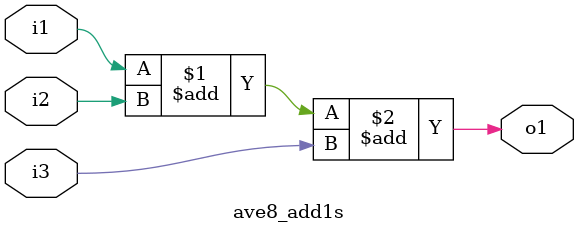
<source format=v>

module ave8 ( in0 ,enable ,ave8_ret ,CLOCK ,RESET );
input	[0:7]	in0 ;	// line#=../../ave8_sw.c:23
input		enable ;	// line#=../../ave8_sw.c:23
output	[0:31]	ave8_ret ;	// line#=../../ave8_sw.c:23
input		CLOCK ;
input		RESET ;
wire		ST1_01d ;
wire		ST1_02d ;
wire		ST1_03d ;
wire		ST1_04d ;

ave8_fsm INST_fsm ( .CLOCK(CLOCK) ,.RESET(RESET) ,.ST1_04d(ST1_04d) ,.ST1_03d(ST1_03d) ,
	.ST1_02d(ST1_02d) ,.ST1_01d(ST1_01d) ,.enable(enable) );
ave8_dat INST_dat ( .in0(in0) ,.enable(enable) ,.ave8_ret(ave8_ret) ,.CLOCK(CLOCK) ,
	.RESET(RESET) ,.ST1_04d(ST1_04d) ,.ST1_03d(ST1_03d) ,.ST1_02d(ST1_02d) ,
	.ST1_01d(ST1_01d) );

endmodule

module ave8_fsm ( CLOCK ,RESET ,ST1_04d ,ST1_03d ,ST1_02d ,ST1_01d ,enable );
input		CLOCK ;
input		RESET ;
output		ST1_04d ;
output		ST1_03d ;
output		ST1_02d ;
output		ST1_01d ;
input		enable ;	// line#=../../ave8_sw.c:23
reg	[0:1]	B01_streg ;

parameter	ST1_01 = 2'h0 ;
parameter	ST1_02 = 2'h1 ;
parameter	ST1_03 = 2'h2 ;
parameter	ST1_04 = 2'h3 ;

assign	ST1_01d = ( ( B01_streg == ST1_01 ) ? 1'h1 : 1'h0 ) ;
assign	ST1_02d = ( ( B01_streg == ST1_02 ) ? 1'h1 : 1'h0 ) ;
assign	ST1_03d = ( ( B01_streg == ST1_03 ) ? 1'h1 : 1'h0 ) ;
assign	ST1_04d = ( ( B01_streg == ST1_04 ) ? 1'h1 : 1'h0 ) ;
always @ ( posedge CLOCK or posedge RESET )
	if ( RESET )
		B01_streg <= ST1_01 ;
	else
		case ( B01_streg )
		ST1_01 :
			if ( ( ( ~enable ) != 1'h0 ) )
				B01_streg <= ST1_03 ;
			else
				B01_streg <= ST1_02 ;
		ST1_02 :
			B01_streg <= ST1_03 ;
		ST1_03 :
			B01_streg <= ST1_04 ;
		ST1_04 :
			B01_streg <= ST1_01 ;
		default :
			B01_streg <= ST1_01 ;
		endcase

endmodule

module ave8_dat ( in0 ,enable ,ave8_ret ,CLOCK ,RESET ,ST1_04d ,ST1_03d ,ST1_02d ,
	ST1_01d );
input	[0:7]	in0 ;	// line#=../../ave8_sw.c:23
input		enable ;	// line#=../../ave8_sw.c:23
output	[0:31]	ave8_ret ;	// line#=../../ave8_sw.c:23
input		CLOCK ;
input		RESET ;
input		ST1_04d ;
input		ST1_03d ;
input		ST1_02d ;
input		ST1_01d ;
wire		M_75 ;
wire	[0:38]	add48s_47_471i2 ;
wire	[0:46]	add48s_47_471i1 ;
wire	[0:46]	add48s_47_471ot ;
wire	[0:1]	add44s_43_431i2 ;
wire	[0:42]	add44s_43_431i1 ;
wire	[0:42]	add44s_43_431ot ;
wire	[0:8]	add12u_11_102i2 ;
wire	[0:8]	add12u_11_102i1 ;
wire	[0:9]	add12u_11_102ot ;
wire	[0:8]	add12u_11_101i2 ;
wire	[0:8]	add12u_11_101i1 ;
wire	[0:9]	add12u_11_101ot ;
wire	[0:4]	add8u_9_11i2 ;
wire	[0:7]	add8u_9_11i1 ;
wire	[0:8]	add8u_9_11ot ;
wire	[0:5]	add8u_91i2 ;
wire	[0:7]	add8u_91i1 ;
wire	[0:8]	add8u_91ot ;
wire	[0:3]	seven_segment_decoder3i1 ;
wire	[0:7]	seven_segment_decoder3ot ;
wire	[0:3]	seven_segment_decoder2i1 ;
wire	[0:7]	seven_segment_decoder2ot ;
wire	[0:3]	seven_segment_decoder1i1 ;
wire	[0:7]	seven_segment_decoder1ot ;
wire	[0:39]	sub44s_431i2 ;
wire	[0:41]	sub44s_431i1 ;
wire	[0:42]	sub44s_431ot ;
wire	[0:38]	sub40u1i2 ;
wire	[0:7]	sub40u1i1 ;
wire	[0:39]	sub40u1ot ;
wire	[0:31]	sub36u_341i2 ;
wire	[0:33]	sub36u_341i1 ;
wire	[0:33]	sub36u_341ot ;
wire	[0:19]	sub32s1i2 ;
wire	[0:31]	sub32s1i1 ;
wire	[0:31]	sub32s1ot ;
wire	[0:10]	sub20u1i2 ;
wire	[0:18]	sub20u1i1 ;
wire	[0:19]	sub20u1ot ;
wire	[0:8]	sub16s1i2 ;
wire	[0:15]	sub16s1i1 ;
wire	[0:15]	sub16s1ot ;
wire	[0:7]	sub16u_141i2 ;
wire	[0:12]	sub16u_141i1 ;
wire	[0:13]	sub16u_141ot ;
wire	[0:3]	sub4s2i2 ;
wire	[0:3]	sub4s2i1 ;
wire	[0:3]	sub4s2ot ;
wire	[0:3]	sub4s1i2 ;
wire	[0:3]	sub4s1i1 ;
wire	[0:3]	sub4s1ot ;
wire	[0:48]	add81_81s1i2 ;
wire	[0:80]	add81_81s1i1 ;
wire	[0:80]	add81_81s1ot ;
wire	[0:54]	add71_71s1i2 ;
wire	[0:70]	add71_71s1i1 ;
wire	[0:70]	add71_71s1ot ;
wire	[0:46]	add56s_551i2 ;
wire	[0:54]	add56s_551i1 ;
wire	[0:54]	add56s_551ot ;
wire	[0:42]	add48s_471i2 ;
wire	[0:46]	add48s_471i1 ;
wire	[0:46]	add48s_471ot ;
wire	[0:38]	add44s_431i2 ;
wire	[0:42]	add44s_431i1 ;
wire	[0:42]	add44s_431ot ;
wire	[0:28]	add36u_341i2 ;
wire	[0:33]	add36u_341i1 ;
wire	[0:33]	add36u_341ot ;
wire	[0:5]	add32s1i2 ;
wire	[0:31]	add32s1i1 ;
wire	[0:31]	add32s1ot ;
wire	[0:5]	add12s1i2 ;
wire	[0:11]	add12s1i1 ;
wire	[0:11]	add12s1ot ;
wire	[0:9]	add12u_111i2 ;
wire	[0:9]	add12u_111i1 ;
wire	[0:10]	add12u_111ot ;
wire	[0:7]	add8u4i2 ;
wire	[0:7]	add8u4i1 ;
wire	[0:8]	add8u4ot ;
wire	[0:7]	add8u3i2 ;
wire	[0:7]	add8u3i1 ;
wire	[0:8]	add8u3ot ;
wire	[0:7]	add8u2i2 ;
wire	[0:7]	add8u2i1 ;
wire	[0:8]	add8u2ot ;
wire	[0:7]	add8u1i2 ;
wire	[0:7]	add8u1i1 ;
wire	[0:8]	add8u1ot ;
wire	[0:1]	add4s1i2 ;
wire	[0:3]	add4s1i1 ;
wire	[0:3]	add4s1ot ;
wire	[0:1]	add3s1i2 ;
wire	[0:2]	add3s1i1 ;
wire	[0:3]	add3s1ot ;
wire		add1s1i3 ;
wire		add1s1i2 ;
wire		add1s1i1 ;
wire		add1s1ot ;
wire		RG_buffer_en ;
wire		RG_buffer_1_en ;
wire		RG_buffer_2_en ;
wire		RG_buffer_3_en ;
wire		RG_buffer_4_en ;
wire		RG_buffer_5_en ;
wire		RG_buffer_6_en ;
wire		ave8_ret_r_en ;
wire		RG_buffer_7_en ;
reg	[0:7]	RG_buffer ;	// line#=../../ave8_sw.c:17
reg	[0:7]	RG_buffer_1 ;	// line#=../../ave8_sw.c:17
reg	[0:7]	RG_buffer_2 ;	// line#=../../ave8_sw.c:17
reg	[0:7]	RG_buffer_3 ;	// line#=../../ave8_sw.c:17
reg	[0:7]	RG_buffer_4 ;	// line#=../../ave8_sw.c:17
reg	[0:7]	RG_buffer_5 ;	// line#=../../ave8_sw.c:17
reg	[0:7]	RG_buffer_6 ;	// line#=../../ave8_sw.c:17
reg	[0:7]	RG_buffer_7 ;	// line#=../../ave8_sw.c:17
reg	RG_08 ;
reg	[0:7]	RG_out0_v ;	// line#=../../ave8_sw.c:26
reg	[0:2]	RG_10 ;
reg	[0:31]	ave8_ret_r ;	// line#=../../ave8_sw.c:23
reg	[0:6]	M_79 ;
reg	[0:6]	M_78 ;
reg	[0:6]	M_77 ;
reg	[0:7]	RG_buffer_7_t ;
reg	RG_buffer_7_t_c1 ;
reg	RG_08_t ;

ave8_add48s_47_47 INST_add48s_47_47_1 ( .i1(add48s_47_471i1) ,.i2(add48s_47_471i2) ,
	.o1(add48s_47_471ot) );	// line#=../../ave8_sw.c:70
ave8_add44s_43_43 INST_add44s_43_43_1 ( .i1(add44s_43_431i1) ,.i2(add44s_43_431i2) ,
	.o1(add44s_43_431ot) );	// line#=../../ave8_sw.c:70
ave8_add12u_11_10 INST_add12u_11_10_1 ( .i1(add12u_11_101i1) ,.i2(add12u_11_101i2) ,
	.o1(add12u_11_101ot) );	// line#=../../ave8_sw.c:56,61
ave8_add12u_11_10 INST_add12u_11_10_2 ( .i1(add12u_11_102i1) ,.i2(add12u_11_102i2) ,
	.o1(add12u_11_102ot) );	// line#=../../ave8_sw.c:61
ave8_add8u_9_1 INST_add8u_9_1_1 ( .i1(add8u_9_11i1) ,.i2(add8u_9_11i2) ,.o1(add8u_9_11ot) );	// line#=../../ave8_sw.c:69
ave8_add8u_9 INST_add8u_9_1 ( .i1(add8u_91i1) ,.i2(add8u_91i2) ,.o1(add8u_91ot) );	// line#=../../ave8_sw.c:69
always @ ( seven_segment_decoder1i1 )	// line#=../../ave8_sw.c:75,76,77,79,80
	case ( seven_segment_decoder1i1 )
	4'h0 :
		M_79 = 7'h40 ;	// line#=../../ave8_sw.c:20
	4'h1 :
		M_79 = 7'h79 ;	// line#=../../ave8_sw.c:20
	4'h2 :
		M_79 = 7'h24 ;	// line#=../../ave8_sw.c:20
	4'h3 :
		M_79 = 7'h30 ;	// line#=../../ave8_sw.c:20
	4'h4 :
		M_79 = 7'h31 ;	// line#=../../ave8_sw.c:20
	4'h5 :
		M_79 = 7'h12 ;	// line#=../../ave8_sw.c:20
	4'h6 :
		M_79 = 7'h02 ;	// line#=../../ave8_sw.c:20
	4'h7 :
		M_79 = 7'h78 ;	// line#=../../ave8_sw.c:20
	4'h8 :
		M_79 = 7'h00 ;	// line#=../../ave8_sw.c:20
	4'h9 :
		M_79 = 7'h10 ;	// line#=../../ave8_sw.c:20
	default :
		M_79 = 7'h00 ;
	endcase
assign	seven_segment_decoder1ot = { M_79 , 1'h0 } ;	// line#=../../ave8_sw.c:75,76,77,79,80
always @ ( seven_segment_decoder2i1 )	// line#=../../ave8_sw.c:75,76,77,79,80
	case ( seven_segment_decoder2i1 )
	4'h0 :
		M_78 = 7'h40 ;	// line#=../../ave8_sw.c:20
	4'h1 :
		M_78 = 7'h79 ;	// line#=../../ave8_sw.c:20
	4'h2 :
		M_78 = 7'h24 ;	// line#=../../ave8_sw.c:20
	4'h3 :
		M_78 = 7'h30 ;	// line#=../../ave8_sw.c:20
	4'h4 :
		M_78 = 7'h31 ;	// line#=../../ave8_sw.c:20
	4'h5 :
		M_78 = 7'h12 ;	// line#=../../ave8_sw.c:20
	4'h6 :
		M_78 = 7'h02 ;	// line#=../../ave8_sw.c:20
	4'h7 :
		M_78 = 7'h78 ;	// line#=../../ave8_sw.c:20
	4'h8 :
		M_78 = 7'h00 ;	// line#=../../ave8_sw.c:20
	4'h9 :
		M_78 = 7'h10 ;	// line#=../../ave8_sw.c:20
	default :
		M_78 = 7'h00 ;
	endcase
assign	seven_segment_decoder2ot = { M_78 , 1'h0 } ;	// line#=../../ave8_sw.c:75,76,77,79,80
always @ ( seven_segment_decoder3i1 )	// line#=../../ave8_sw.c:75,76,77,79,80
	case ( seven_segment_decoder3i1 )
	4'h0 :
		M_77 = 7'h40 ;	// line#=../../ave8_sw.c:20
	4'h1 :
		M_77 = 7'h79 ;	// line#=../../ave8_sw.c:20
	4'h2 :
		M_77 = 7'h24 ;	// line#=../../ave8_sw.c:20
	4'h3 :
		M_77 = 7'h30 ;	// line#=../../ave8_sw.c:20
	4'h4 :
		M_77 = 7'h31 ;	// line#=../../ave8_sw.c:20
	4'h5 :
		M_77 = 7'h12 ;	// line#=../../ave8_sw.c:20
	4'h6 :
		M_77 = 7'h02 ;	// line#=../../ave8_sw.c:20
	4'h7 :
		M_77 = 7'h78 ;	// line#=../../ave8_sw.c:20
	4'h8 :
		M_77 = 7'h00 ;	// line#=../../ave8_sw.c:20
	4'h9 :
		M_77 = 7'h10 ;	// line#=../../ave8_sw.c:20
	default :
		M_77 = 7'h00 ;
	endcase
assign	seven_segment_decoder3ot = { M_77 , 1'h0 } ;	// line#=../../ave8_sw.c:75,76,77,79,80
ave8_sub44s_43 INST_sub44s_43_1 ( .i1(sub44s_431i1) ,.i2(sub44s_431i2) ,.o1(sub44s_431ot) );	// line#=../../ave8_sw.c:70
ave8_sub40u INST_sub40u_1 ( .i1(sub40u1i1) ,.i2(sub40u1i2) ,.o1(sub40u1ot) );	// line#=../../ave8_sw.c:70
ave8_sub36u_34 INST_sub36u_34_1 ( .i1(sub36u_341i1) ,.i2(sub36u_341i2) ,.o1(sub36u_341ot) );	// line#=../../ave8_sw.c:70
ave8_sub32s INST_sub32s_1 ( .i1(sub32s1i1) ,.i2(sub32s1i2) ,.o1(sub32s1ot) );	// line#=../../ave8_sw.c:69
ave8_sub20u INST_sub20u_1 ( .i1(sub20u1i1) ,.i2(sub20u1i2) ,.o1(sub20u1ot) );	// line#=../../ave8_sw.c:69
ave8_sub16s INST_sub16s_1 ( .i1(sub16s1i1) ,.i2(sub16s1i2) ,.o1(sub16s1ot) );	// line#=../../ave8_sw.c:69
ave8_sub16u_14 INST_sub16u_14_1 ( .i1(sub16u_141i1) ,.i2(sub16u_141i2) ,.o1(sub16u_141ot) );	// line#=../../ave8_sw.c:69
ave8_sub4s INST_sub4s_1 ( .i1(sub4s1i1) ,.i2(sub4s1i2) ,.o1(sub4s1ot) );	// line#=../../ave8_sw.c:71
ave8_sub4s INST_sub4s_2 ( .i1(sub4s2i1) ,.i2(sub4s2i2) ,.o1(sub4s2ot) );	// line#=../../ave8_sw.c:71
ave8_add81_81s INST_add81_81s_1 ( .i1(add81_81s1i1) ,.i2(add81_81s1i2) ,.o1(add81_81s1ot) );	// line#=../../ave8_sw.c:70
ave8_add71_71s INST_add71_71s_1 ( .i1(add71_71s1i1) ,.i2(add71_71s1i2) ,.o1(add71_71s1ot) );	// line#=../../ave8_sw.c:70
ave8_add56s_55 INST_add56s_55_1 ( .i1(add56s_551i1) ,.i2(add56s_551i2) ,.o1(add56s_551ot) );	// line#=../../ave8_sw.c:70
ave8_add48s_47 INST_add48s_47_1 ( .i1(add48s_471i1) ,.i2(add48s_471i2) ,.o1(add48s_471ot) );	// line#=../../ave8_sw.c:70
ave8_add44s_43 INST_add44s_43_1 ( .i1(add44s_431i1) ,.i2(add44s_431i2) ,.o1(add44s_431ot) );	// line#=../../ave8_sw.c:70
ave8_add36u_34 INST_add36u_34_1 ( .i1(add36u_341i1) ,.i2(add36u_341i2) ,.o1(add36u_341ot) );	// line#=../../ave8_sw.c:70
ave8_add32s INST_add32s_1 ( .i1(add32s1i1) ,.i2(add32s1i2) ,.o1(add32s1ot) );	// line#=../../ave8_sw.c:69
ave8_add12s INST_add12s_1 ( .i1(add12s1i1) ,.i2(add12s1i2) ,.o1(add12s1ot) );	// line#=../../ave8_sw.c:69
ave8_add12u_11 INST_add12u_11_1 ( .i1(add12u_111i1) ,.i2(add12u_111i2) ,.o1(add12u_111ot) );	// line#=../../ave8_sw.c:61
ave8_add8u INST_add8u_1 ( .i1(add8u1i1) ,.i2(add8u1i2) ,.o1(add8u1ot) );	// line#=../../ave8_sw.c:61
ave8_add8u INST_add8u_2 ( .i1(add8u2i1) ,.i2(add8u2i2) ,.o1(add8u2ot) );	// line#=../../ave8_sw.c:61
ave8_add8u INST_add8u_3 ( .i1(add8u3i1) ,.i2(add8u3i2) ,.o1(add8u3ot) );	// line#=../../ave8_sw.c:56,61
ave8_add8u INST_add8u_4 ( .i1(add8u4i1) ,.i2(add8u4i2) ,.o1(add8u4ot) );	// line#=../../ave8_sw.c:56,61
ave8_add4s INST_add4s_1 ( .i1(add4s1i1) ,.i2(add4s1i2) ,.o1(add4s1ot) );	// line#=../../ave8_sw.c:70
ave8_add3s INST_add3s_1 ( .i1(add3s1i1) ,.i2(add3s1i2) ,.o1(add3s1ot) );	// line#=../../ave8_sw.c:69
ave8_add1s INST_add1s_1 ( .i1(add1s1i1) ,.i2(add1s1i2) ,.i3(add1s1i3) ,.o1(add1s1ot) );	// line#=../../ave8_sw.c:70,71
assign	ave8_ret = ave8_ret_r ;	// line#=../../ave8_sw.c:23
always @ ( posedge CLOCK )	// line#=../../ave8_sw.c:61,65
	RG_out0_v <= add12u_111ot [0:7] ;
always @ ( posedge CLOCK )	// line#=../../ave8_sw.c:69
	RG_10 <= add32s1ot [0:2] ;
assign	M_75 = ( add81_81s1ot [0] & ( |add81_81s1ot [38:80] ) ) ;	// line#=../../ave8_sw.c:70
assign	add1s1i1 = add81_81s1ot [37] ;	// line#=../../ave8_sw.c:70,71
assign	add1s1i2 = add4s1ot [1] ;	// line#=../../ave8_sw.c:70,71
assign	add1s1i3 = M_75 ;	// line#=../../ave8_sw.c:70,71
assign	add3s1i1 = RG_10 ;	// line#=../../ave8_sw.c:69
assign	add3s1i2 = { 1'h0 , ( RG_10 [0] & RG_08 ) } ;	// line#=../../ave8_sw.c:69
assign	add4s1i1 = add81_81s1ot [34:37] ;	// line#=../../ave8_sw.c:70
assign	add4s1i2 = { 1'h0 , M_75 } ;	// line#=../../ave8_sw.c:70
assign	add8u1i1 = RG_buffer_1 ;	// line#=../../ave8_sw.c:61
assign	add8u1i2 = RG_buffer_2 ;	// line#=../../ave8_sw.c:61
assign	add8u2i1 = RG_buffer_3 ;	// line#=../../ave8_sw.c:61
assign	add8u2i2 = RG_buffer_4 ;	// line#=../../ave8_sw.c:61
assign	add8u3i1 = RG_buffer_5 ;	// line#=../../ave8_sw.c:56,61
assign	add8u3i2 = RG_buffer_6 ;	// line#=../../ave8_sw.c:56,61
assign	add8u4i1 = RG_buffer_7 ;	// line#=../../ave8_sw.c:56,61
assign	add8u4i2 = RG_buffer ;	// line#=../../ave8_sw.c:56,61
assign	add12u_111i1 = add12u_11_102ot ;	// line#=../../ave8_sw.c:61
assign	add12u_111i2 = add12u_11_101ot ;	// line#=../../ave8_sw.c:56,61
assign	add12s1i1 = { 1'h0 , add8u_91ot , add12u_111ot [6:7] } ;	// line#=../../ave8_sw.c:61,65,69
assign	add12s1i2 = sub16u_141ot [0:5] ;	// line#=../../ave8_sw.c:69
assign	add32s1i1 = sub32s1ot ;	// line#=../../ave8_sw.c:69
assign	add32s1i2 = sub16s1ot [0:5] ;	// line#=../../ave8_sw.c:69
assign	add36u_341i1 = sub36u_341ot ;	// line#=../../ave8_sw.c:70
assign	add36u_341i2 = { add3s1ot [0] , add3s1ot [0] , add3s1ot [0] , add3s1ot [0] , 
	add3s1ot [0] , add3s1ot [0] , add3s1ot [0] , add3s1ot [0] , add3s1ot [0] , 
	add3s1ot [0] , add3s1ot [0] , add3s1ot [0] , add3s1ot [0] , add3s1ot [0] , 
	add3s1ot [0] , add3s1ot [0] , add3s1ot [0] , add3s1ot [0] , add3s1ot [0] , 
	add3s1ot [0] , add3s1ot [0] , add3s1ot [0] , add3s1ot [0] , add3s1ot [0] , 
	add3s1ot [0] , add3s1ot [0] , add3s1ot [0] , add3s1ot [0] , add3s1ot [0] } ;	// line#=../../ave8_sw.c:69,70
assign	add44s_431i1 = sub44s_431ot ;	// line#=../../ave8_sw.c:70
assign	add44s_431i2 = sub44s_431ot [0:38] ;	// line#=../../ave8_sw.c:70
assign	add48s_471i1 = { add44s_43_431ot , sub40u1ot [2:5] } ;	// line#=../../ave8_sw.c:70
assign	add48s_471i2 = sub44s_431ot ;	// line#=../../ave8_sw.c:70
assign	add56s_551i1 = { add48s_471ot , sub40u1ot [6:13] } ;	// line#=../../ave8_sw.c:70
assign	add56s_551i2 = { add44s_431ot , sub44s_431ot [39:42] } ;	// line#=../../ave8_sw.c:70
assign	add71_71s1i1 = { add56s_551ot , sub40u1ot [14:29] } ;	// line#=../../ave8_sw.c:70
assign	add71_71s1i2 = { add48s_47_471ot , add44s_431ot [39:42] , sub44s_431ot [39:42] } ;	// line#=../../ave8_sw.c:70
assign	add81_81s1i1 = { add71_71s1ot , sub40u1ot [30:39] } ;	// line#=../../ave8_sw.c:70
assign	add81_81s1i2 = { add44s_431ot , sub44s_431ot [39:42] , 2'h0 } ;	// line#=../../ave8_sw.c:70
assign	sub4s1i1 = RG_out0_v [4:7] ;	// line#=../../ave8_sw.c:71
assign	sub4s1i2 = { add3s1ot [2:3] , 2'h0 } ;	// line#=../../ave8_sw.c:69,71
assign	sub4s2i1 = sub4s1ot ;	// line#=../../ave8_sw.c:71
assign	sub4s2i2 = { add1s1ot , add4s1ot [2:3] , 1'h0 } ;	// line#=../../ave8_sw.c:70,71
assign	sub16u_141i1 = { add12u_111ot [0:7] , 5'h00 } ;	// line#=../../ave8_sw.c:61,65,69
assign	sub16u_141i2 = add12u_111ot [0:7] ;	// line#=../../ave8_sw.c:61,65,69
assign	sub16s1i1 = { sub16u_141ot , 2'h0 } ;	// line#=../../ave8_sw.c:69
assign	sub16s1i2 = { 1'h0 , add12u_111ot [0:7] } ;	// line#=../../ave8_sw.c:61,65,69
assign	sub20u1i1 = { add8u_9_11ot , add12u_111ot [5:7] , 7'h00 } ;	// line#=../../ave8_sw.c:61,65,69
assign	sub20u1i2 = { add8u_91ot , add12u_111ot [6:7] } ;	// line#=../../ave8_sw.c:61,65,69
assign	sub32s1i1 = { add12s1ot , sub16u_141ot [6:13] , 12'h000 } ;	// line#=../../ave8_sw.c:69
assign	sub32s1i2 = sub20u1ot ;	// line#=../../ave8_sw.c:69
assign	sub36u_341i1 = { add3s1ot [0] , add3s1ot [0] , add3s1ot [0] , add3s1ot [0] , 
	add3s1ot [0] , add3s1ot [0] , add3s1ot [0] , add3s1ot [0] , add3s1ot [0] , 
	add3s1ot [0] , add3s1ot [0] , add3s1ot [0] , add3s1ot [0] , add3s1ot [0] , 
	add3s1ot [0] , add3s1ot [0] , add3s1ot [0] , add3s1ot [0] , add3s1ot [0] , 
	add3s1ot [0] , add3s1ot [0] , add3s1ot [0] , add3s1ot [0] , add3s1ot [0] , 
	add3s1ot [0] , add3s1ot [0] , add3s1ot [0] , add3s1ot [0] , add3s1ot , 2'h0 } ;	// line#=../../ave8_sw.c:69,70
assign	sub36u_341i2 = { add3s1ot [0] , add3s1ot [0] , add3s1ot [0] , add3s1ot [0] , 
	add3s1ot [0] , add3s1ot [0] , add3s1ot [0] , add3s1ot [0] , add3s1ot [0] , 
	add3s1ot [0] , add3s1ot [0] , add3s1ot [0] , add3s1ot [0] , add3s1ot [0] , 
	add3s1ot [0] , add3s1ot [0] , add3s1ot [0] , add3s1ot [0] , add3s1ot [0] , 
	add3s1ot [0] , add3s1ot [0] , add3s1ot [0] , add3s1ot [0] , add3s1ot [0] , 
	add3s1ot [0] , add3s1ot [0] , add3s1ot [0] , add3s1ot [0] , add3s1ot } ;	// line#=../../ave8_sw.c:69,70
assign	sub40u1i1 = RG_out0_v ;	// line#=../../ave8_sw.c:70
assign	sub40u1i2 = { add36u_341ot , add3s1ot [1:3] , 2'h0 } ;	// line#=../../ave8_sw.c:69,70
assign	sub44s_431i1 = { sub40u1ot , 2'h0 } ;	// line#=../../ave8_sw.c:70
assign	sub44s_431i2 = sub40u1ot ;	// line#=../../ave8_sw.c:70
assign	seven_segment_decoder1i1 = add3s1ot ;	// line#=../../ave8_sw.c:69,75,76,77,79
						// ,80
assign	seven_segment_decoder2i1 = add4s1ot ;	// line#=../../ave8_sw.c:70,75,76,77,79
						// ,80
assign	seven_segment_decoder3i1 = sub4s2ot ;	// line#=../../ave8_sw.c:71,75,76,77,79
						// ,80
assign	add8u_91i1 = add12u_111ot [0:7] ;	// line#=../../ave8_sw.c:61,65,69
assign	add8u_91i2 = add12u_111ot [0:5] ;	// line#=../../ave8_sw.c:61,65,69
assign	add8u_9_11i1 = add12u_111ot [0:7] ;	// line#=../../ave8_sw.c:61,65,69
assign	add8u_9_11i2 = add12u_111ot [0:4] ;	// line#=../../ave8_sw.c:61,65,69
assign	add12u_11_101i1 = add8u3ot ;	// line#=../../ave8_sw.c:56,61
assign	add12u_11_101i2 = add8u4ot ;	// line#=../../ave8_sw.c:56,61
assign	add12u_11_102i1 = add8u1ot ;	// line#=../../ave8_sw.c:61
assign	add12u_11_102i2 = add8u2ot ;	// line#=../../ave8_sw.c:61
assign	add44s_43_431i1 = sub44s_431ot ;	// line#=../../ave8_sw.c:70
assign	add44s_43_431i2 = sub40u1ot [0:1] ;	// line#=../../ave8_sw.c:70
assign	add48s_47_471i1 = { add44s_431ot , sub44s_431ot [39:42] } ;	// line#=../../ave8_sw.c:70
assign	add48s_47_471i2 = add44s_431ot [0:38] ;	// line#=../../ave8_sw.c:70
assign	RG_buffer_en = ST1_02d ;
always @ ( posedge CLOCK or posedge RESET )	// line#=../../ave8_sw.c:46
	if ( RESET )
		RG_buffer <= 8'h00 ;
	else if ( RG_buffer_en )
		RG_buffer <= RG_buffer_7 ;
assign	RG_buffer_1_en = ST1_02d ;
always @ ( posedge CLOCK or posedge RESET )	// line#=../../ave8_sw.c:44
	if ( RESET )
		RG_buffer_1 <= 8'h00 ;
	else if ( RG_buffer_1_en )
		RG_buffer_1 <= RG_buffer ;
assign	RG_buffer_2_en = ST1_02d ;
always @ ( posedge CLOCK or posedge RESET )	// line#=../../ave8_sw.c:44
	if ( RESET )
		RG_buffer_2 <= 8'h00 ;
	else if ( RG_buffer_2_en )
		RG_buffer_2 <= RG_buffer_1 ;
assign	RG_buffer_3_en = ST1_02d ;
always @ ( posedge CLOCK or posedge RESET )	// line#=../../ave8_sw.c:44
	if ( RESET )
		RG_buffer_3 <= 8'h00 ;
	else if ( RG_buffer_3_en )
		RG_buffer_3 <= RG_buffer_2 ;
assign	RG_buffer_4_en = ST1_02d ;
always @ ( posedge CLOCK or posedge RESET )	// line#=../../ave8_sw.c:44
	if ( RESET )
		RG_buffer_4 <= 8'h00 ;
	else if ( RG_buffer_4_en )
		RG_buffer_4 <= RG_buffer_3 ;
assign	RG_buffer_5_en = ST1_02d ;
always @ ( posedge CLOCK or posedge RESET )	// line#=../../ave8_sw.c:44
	if ( RESET )
		RG_buffer_5 <= 8'h00 ;
	else if ( RG_buffer_5_en )
		RG_buffer_5 <= RG_buffer_4 ;
assign	RG_buffer_6_en = ST1_02d ;
always @ ( posedge CLOCK or posedge RESET )	// line#=../../ave8_sw.c:44
	if ( RESET )
		RG_buffer_6 <= 8'h00 ;
	else if ( RG_buffer_6_en )
		RG_buffer_6 <= RG_buffer_5 ;
always @ ( ST1_02d or RG_buffer_6 or enable or ST1_01d or in0 )	// line#=../../ave8_sw.c:41
	begin
	RG_buffer_7_t_c1 = ( ST1_01d & enable ) ;	// line#=../../ave8_sw.c:46
	case ( { RG_buffer_7_t_c1 , ST1_02d } )
	2'b10 :
		RG_buffer_7_t = in0 ;	// line#=../../ave8_sw.c:46
	2'b01 :
		RG_buffer_7_t = RG_buffer_6 ;	// line#=../../ave8_sw.c:44
	default :
		RG_buffer_7_t = 8'hx ;
	endcase
	end
assign	RG_buffer_7_en = ( RG_buffer_7_t_c1 | ST1_02d ) ;	// line#=../../ave8_sw.c:41
always @ ( posedge CLOCK or posedge RESET )	// line#=../../ave8_sw.c:41
	if ( RESET )
		RG_buffer_7 <= 8'h00 ;
	else if ( RG_buffer_7_en )
		RG_buffer_7 <= RG_buffer_7_t ;	// line#=../../ave8_sw.c:41,44,46
always @ ( ST1_03d or sub16s1ot or add32s1ot or ST1_01d or enable )
	case ( { ST1_01d , ST1_03d } )
	2'b10 :
		RG_08_t = enable ;	// line#=../../ave8_sw.c:41
	2'b01 :
		RG_08_t = |{ add32s1ot [3:31] , sub16s1ot [6:15] } ;	// line#=../../ave8_sw.c:69
	default :
		RG_08_t = 1'hx ;
	endcase
always @ ( posedge CLOCK )
	RG_08 <= RG_08_t ;	// line#=../../ave8_sw.c:41,69
assign	ave8_ret_r_en = ST1_04d ;
always @ ( posedge CLOCK or posedge RESET )	// line#=../../ave8_sw.c:75,76,77,79,80
	if ( RESET )
		ave8_ret_r <= 32'h00000000 ;
	else if ( ave8_ret_r_en )
		ave8_ret_r <= { 8'h00 , seven_segment_decoder1ot , seven_segment_decoder2ot , 
		seven_segment_decoder3ot } ;

endmodule

module ave8_add48s_47_47 ( i1 ,i2 ,o1 );
input	[0:46]	i1 ;
input	[0:38]	i2 ;
output	[0:46]	o1 ;

assign	o1 = ( i1 + { { 8{ i2 [0] } } , i2 } ) ;

endmodule

module ave8_add44s_43_43 ( i1 ,i2 ,o1 );
input	[0:42]	i1 ;
input	[0:1]	i2 ;
output	[0:42]	o1 ;

assign	o1 = ( i1 + { { 41{ i2 [0] } } , i2 } ) ;

endmodule

module ave8_add12u_11_10 ( i1 ,i2 ,o1 );
input	[0:8]	i1 ;
input	[0:8]	i2 ;
output	[0:9]	o1 ;

assign	o1 = ( { 1'h0 , i1 } + { 1'h0 , i2 } ) ;

endmodule

module ave8_add8u_9_1 ( i1 ,i2 ,o1 );
input	[0:7]	i1 ;
input	[0:4]	i2 ;
output	[0:8]	o1 ;

assign	o1 = ( { 1'h0 , i1 } + { 4'h0 , i2 } ) ;

endmodule

module ave8_add8u_9 ( i1 ,i2 ,o1 );
input	[0:7]	i1 ;
input	[0:5]	i2 ;
output	[0:8]	o1 ;

assign	o1 = ( { 1'h0 , i1 } + { 3'h0 , i2 } ) ;

endmodule

module ave8_sub44s_43 ( i1 ,i2 ,o1 );
input	[0:41]	i1 ;
input	[0:39]	i2 ;
output	[0:42]	o1 ;

assign	o1 = ( { { 1{ i1 [0] } } , i1 } - { { 3{ i2 [0] } } , i2 } ) ;

endmodule

module ave8_sub40u ( i1 ,i2 ,o1 );
input	[0:7]	i1 ;
input	[0:38]	i2 ;
output	[0:39]	o1 ;

assign	o1 = ( { 32'h00000000 , i1 } - { 1'h0 , i2 } ) ;

endmodule

module ave8_sub36u_34 ( i1 ,i2 ,o1 );
input	[0:33]	i1 ;
input	[0:31]	i2 ;
output	[0:33]	o1 ;

assign	o1 = ( i1 - { 2'h0 , i2 } ) ;

endmodule

module ave8_sub32s ( i1 ,i2 ,o1 );
input	[0:31]	i1 ;
input	[0:19]	i2 ;
output	[0:31]	o1 ;

assign	o1 = ( i1 - { { 12{ i2 [0] } } , i2 } ) ;

endmodule

module ave8_sub20u ( i1 ,i2 ,o1 );
input	[0:18]	i1 ;
input	[0:10]	i2 ;
output	[0:19]	o1 ;

assign	o1 = ( { 1'h0 , i1 } - { 9'h000 , i2 } ) ;

endmodule

module ave8_sub16s ( i1 ,i2 ,o1 );
input	[0:15]	i1 ;
input	[0:8]	i2 ;
output	[0:15]	o1 ;

assign	o1 = ( i1 - { { 7{ i2 [0] } } , i2 } ) ;

endmodule

module ave8_sub16u_14 ( i1 ,i2 ,o1 );
input	[0:12]	i1 ;
input	[0:7]	i2 ;
output	[0:13]	o1 ;

assign	o1 = ( { 1'h0 , i1 } - { 6'h00 , i2 } ) ;

endmodule

module ave8_sub4s ( i1 ,i2 ,o1 );
input	[0:3]	i1 ;
input	[0:3]	i2 ;
output	[0:3]	o1 ;

assign	o1 = ( i1 - i2 ) ;

endmodule

module ave8_add81_81s ( i1 ,i2 ,o1 );
input	[0:80]	i1 ;
input	[0:48]	i2 ;
output	[0:80]	o1 ;

assign	o1 = ( i1 + { { 32{ i2 [0] } } , i2 } ) ;

endmodule

module ave8_add71_71s ( i1 ,i2 ,o1 );
input	[0:70]	i1 ;
input	[0:54]	i2 ;
output	[0:70]	o1 ;

assign	o1 = ( i1 + { { 16{ i2 [0] } } , i2 } ) ;

endmodule

module ave8_add56s_55 ( i1 ,i2 ,o1 );
input	[0:54]	i1 ;
input	[0:46]	i2 ;
output	[0:54]	o1 ;

assign	o1 = ( i1 + { { 8{ i2 [0] } } , i2 } ) ;

endmodule

module ave8_add48s_47 ( i1 ,i2 ,o1 );
input	[0:46]	i1 ;
input	[0:42]	i2 ;
output	[0:46]	o1 ;

assign	o1 = ( i1 + { { 4{ i2 [0] } } , i2 } ) ;

endmodule

module ave8_add44s_43 ( i1 ,i2 ,o1 );
input	[0:42]	i1 ;
input	[0:38]	i2 ;
output	[0:42]	o1 ;

assign	o1 = ( i1 + { { 4{ i2 [0] } } , i2 } ) ;

endmodule

module ave8_add36u_34 ( i1 ,i2 ,o1 );
input	[0:33]	i1 ;
input	[0:28]	i2 ;
output	[0:33]	o1 ;

assign	o1 = ( i1 + { 5'h00 , i2 } ) ;

endmodule

module ave8_add32s ( i1 ,i2 ,o1 );
input	[0:31]	i1 ;
input	[0:5]	i2 ;
output	[0:31]	o1 ;

assign	o1 = ( i1 + { { 26{ i2 [0] } } , i2 } ) ;

endmodule

module ave8_add12s ( i1 ,i2 ,o1 );
input	[0:11]	i1 ;
input	[0:5]	i2 ;
output	[0:11]	o1 ;

assign	o1 = ( i1 + { { 6{ i2 [0] } } , i2 } ) ;

endmodule

module ave8_add12u_11 ( i1 ,i2 ,o1 );
input	[0:9]	i1 ;
input	[0:9]	i2 ;
output	[0:10]	o1 ;

assign	o1 = ( { 1'h0 , i1 } + { 1'h0 , i2 } ) ;

endmodule

module ave8_add8u ( i1 ,i2 ,o1 );
input	[0:7]	i1 ;
input	[0:7]	i2 ;
output	[0:8]	o1 ;

assign	o1 = ( { 1'h0 , i1 } + { 1'h0 , i2 } ) ;

endmodule

module ave8_add4s ( i1 ,i2 ,o1 );
input	[0:3]	i1 ;
input	[0:1]	i2 ;
output	[0:3]	o1 ;

assign	o1 = ( i1 + { { 2{ i2 [0] } } , i2 } ) ;

endmodule

module ave8_add3s ( i1 ,i2 ,o1 );
input	[0:2]	i1 ;
input	[0:1]	i2 ;
output	[0:3]	o1 ;

assign	o1 = ( { { 1{ i1 [0] } } , i1 } + { { 2{ i2 [0] } } , i2 } ) ;

endmodule

module ave8_add1s ( i1 ,i2 ,i3 ,o1 );
input		i1 ;
input		i2 ;
input		i3 ;
output		o1 ;

assign	o1 = ( i1 + i2 + i3 ) ;

endmodule
</source>
